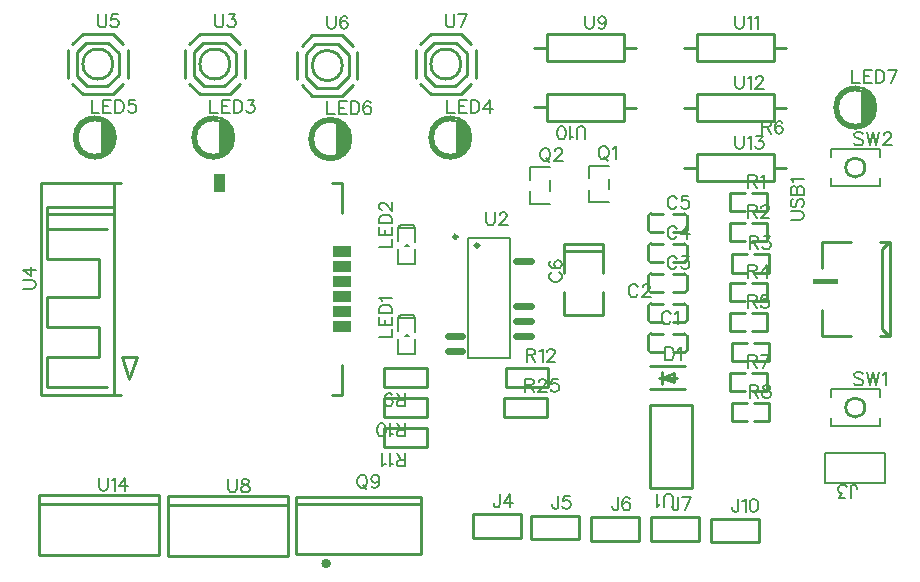
<source format=gto>
G04 Layer: TopSilkscreenLayer*
G04 EasyEDA v6.5.40, 2024-02-29 21:32:03*
G04 cd2e8cfeff5242bcb39c02c4be924e2f,f2d9dfb49ed74d9cbdeda56209f77222,10*
G04 Gerber Generator version 0.2*
G04 Scale: 100 percent, Rotated: No, Reflected: No *
G04 Dimensions in millimeters *
G04 leading zeros omitted , absolute positions ,4 integer and 5 decimal *
%FSLAX45Y45*%
%MOMM*%

%ADD10C,0.1524*%
%ADD11C,0.2540*%
%ADD12C,0.1500*%
%ADD13C,0.5600*%
%ADD14C,0.2030*%
%ADD15C,0.2032*%
%ADD16C,0.4000*%
%ADD17C,0.3000*%
%ADD18C,0.0122*%

%LPD*%
D10*
X6059677Y4851907D02*
G01*
X6054343Y4862321D01*
X6043929Y4872736D01*
X6033770Y4877815D01*
X6012941Y4877815D01*
X6002527Y4872736D01*
X5992113Y4862321D01*
X5986779Y4851907D01*
X5981700Y4836160D01*
X5981700Y4810252D01*
X5986779Y4794757D01*
X5992113Y4784344D01*
X6002527Y4773929D01*
X6012941Y4768850D01*
X6033770Y4768850D01*
X6043929Y4773929D01*
X6054343Y4784344D01*
X6059677Y4794757D01*
X6093968Y4856987D02*
G01*
X6104381Y4862321D01*
X6119875Y4877815D01*
X6119875Y4768850D01*
X5780277Y5080507D02*
G01*
X5774943Y5090921D01*
X5764529Y5101336D01*
X5754370Y5106415D01*
X5733541Y5106415D01*
X5723127Y5101336D01*
X5712713Y5090921D01*
X5707379Y5080507D01*
X5702300Y5064760D01*
X5702300Y5038852D01*
X5707379Y5023357D01*
X5712713Y5012944D01*
X5723127Y5002529D01*
X5733541Y4997450D01*
X5754370Y4997450D01*
X5764529Y5002529D01*
X5774943Y5012944D01*
X5780277Y5023357D01*
X5819647Y5080507D02*
G01*
X5819647Y5085587D01*
X5824981Y5096002D01*
X5830061Y5101336D01*
X5840475Y5106415D01*
X5861304Y5106415D01*
X5871718Y5101336D01*
X5876797Y5096002D01*
X5882131Y5085587D01*
X5882131Y5075173D01*
X5876797Y5064760D01*
X5866384Y5049265D01*
X5814568Y4997450D01*
X5887211Y4997450D01*
X6109373Y5321807D02*
G01*
X6104039Y5332221D01*
X6093625Y5342636D01*
X6083465Y5347715D01*
X6062637Y5347715D01*
X6052223Y5342636D01*
X6041809Y5332221D01*
X6036475Y5321807D01*
X6031395Y5306060D01*
X6031395Y5280152D01*
X6036475Y5264657D01*
X6041809Y5254244D01*
X6052223Y5243829D01*
X6062637Y5238750D01*
X6083465Y5238750D01*
X6093625Y5243829D01*
X6104039Y5254244D01*
X6109373Y5264657D01*
X6154077Y5347715D02*
G01*
X6211227Y5347715D01*
X6179985Y5306060D01*
X6195479Y5306060D01*
X6205893Y5300979D01*
X6211227Y5295900D01*
X6216307Y5280152D01*
X6216307Y5269737D01*
X6211227Y5254244D01*
X6200813Y5243829D01*
X6185065Y5238750D01*
X6169571Y5238750D01*
X6154077Y5243829D01*
X6148743Y5248910D01*
X6143663Y5259323D01*
X6109373Y5575807D02*
G01*
X6104039Y5586221D01*
X6093625Y5596636D01*
X6083465Y5601715D01*
X6062637Y5601715D01*
X6052223Y5596636D01*
X6041809Y5586221D01*
X6036475Y5575807D01*
X6031395Y5560060D01*
X6031395Y5534152D01*
X6036475Y5518657D01*
X6041809Y5508244D01*
X6052223Y5497829D01*
X6062637Y5492750D01*
X6083465Y5492750D01*
X6093625Y5497829D01*
X6104039Y5508244D01*
X6109373Y5518657D01*
X6195479Y5601715D02*
G01*
X6143663Y5529071D01*
X6221641Y5529071D01*
X6195479Y5601715D02*
G01*
X6195479Y5492750D01*
X6109373Y5829807D02*
G01*
X6104039Y5840221D01*
X6093625Y5850636D01*
X6083465Y5855715D01*
X6062637Y5855715D01*
X6052223Y5850636D01*
X6041809Y5840221D01*
X6036475Y5829807D01*
X6031395Y5814060D01*
X6031395Y5788152D01*
X6036475Y5772657D01*
X6041809Y5762244D01*
X6052223Y5751829D01*
X6062637Y5746750D01*
X6083465Y5746750D01*
X6093625Y5751829D01*
X6104039Y5762244D01*
X6109373Y5772657D01*
X6205893Y5855715D02*
G01*
X6154077Y5855715D01*
X6148743Y5808979D01*
X6154077Y5814060D01*
X6169571Y5819394D01*
X6185065Y5819394D01*
X6200813Y5814060D01*
X6211227Y5803900D01*
X6216307Y5788152D01*
X6216307Y5777737D01*
X6211227Y5762244D01*
X6200813Y5751829D01*
X6185065Y5746750D01*
X6169571Y5746750D01*
X6154077Y5751829D01*
X6148743Y5756910D01*
X6143663Y5767323D01*
X5054091Y5208778D02*
G01*
X5043677Y5203444D01*
X5033263Y5193029D01*
X5028184Y5182870D01*
X5028184Y5162042D01*
X5033263Y5151628D01*
X5043677Y5141213D01*
X5054091Y5135879D01*
X5069840Y5130800D01*
X5095747Y5130800D01*
X5111241Y5135879D01*
X5121656Y5141213D01*
X5132070Y5151628D01*
X5137150Y5162042D01*
X5137150Y5182870D01*
X5132070Y5193029D01*
X5121656Y5203444D01*
X5111241Y5208778D01*
X5043677Y5305297D02*
G01*
X5033263Y5300218D01*
X5028184Y5284470D01*
X5028184Y5274310D01*
X5033263Y5258562D01*
X5049011Y5248147D01*
X5074920Y5243068D01*
X5100827Y5243068D01*
X5121656Y5248147D01*
X5132070Y5258562D01*
X5137150Y5274310D01*
X5137150Y5279389D01*
X5132070Y5294884D01*
X5121656Y5305297D01*
X5106161Y5310631D01*
X5100827Y5310631D01*
X5085334Y5305297D01*
X5074920Y5294884D01*
X5069840Y5279389D01*
X5069840Y5274310D01*
X5074920Y5258562D01*
X5085334Y5248147D01*
X5100827Y5243068D01*
X6012002Y4573015D02*
G01*
X6012002Y4464050D01*
X6012002Y4573015D02*
G01*
X6048324Y4573015D01*
X6064072Y4567936D01*
X6074232Y4557521D01*
X6079566Y4547107D01*
X6084646Y4531360D01*
X6084646Y4505452D01*
X6079566Y4489957D01*
X6074232Y4479544D01*
X6064072Y4469129D01*
X6048324Y4464050D01*
X6012002Y4464050D01*
X6118936Y4552187D02*
G01*
X6129350Y4557521D01*
X6145098Y4573015D01*
X6145098Y4464050D01*
X3588181Y4663625D02*
G01*
X3697147Y4663625D01*
X3697147Y4663625D02*
G01*
X3697147Y4725855D01*
X3588181Y4760145D02*
G01*
X3697147Y4760145D01*
X3588181Y4760145D02*
G01*
X3588181Y4827709D01*
X3639997Y4760145D02*
G01*
X3639997Y4801801D01*
X3697147Y4760145D02*
G01*
X3697147Y4827709D01*
X3588181Y4861999D02*
G01*
X3697147Y4861999D01*
X3588181Y4861999D02*
G01*
X3588181Y4898575D01*
X3593261Y4914069D01*
X3603675Y4924483D01*
X3614089Y4929563D01*
X3629837Y4934897D01*
X3655745Y4934897D01*
X3671239Y4929563D01*
X3681653Y4924483D01*
X3692067Y4914069D01*
X3697147Y4898575D01*
X3697147Y4861999D01*
X3609009Y4969187D02*
G01*
X3603675Y4979601D01*
X3588181Y4995095D01*
X3697147Y4995095D01*
X3588181Y5425625D02*
G01*
X3697147Y5425625D01*
X3697147Y5425625D02*
G01*
X3697147Y5487855D01*
X3588181Y5522145D02*
G01*
X3697147Y5522145D01*
X3588181Y5522145D02*
G01*
X3588181Y5589709D01*
X3639997Y5522145D02*
G01*
X3639997Y5563801D01*
X3697147Y5522145D02*
G01*
X3697147Y5589709D01*
X3588181Y5623999D02*
G01*
X3697147Y5623999D01*
X3588181Y5623999D02*
G01*
X3588181Y5660575D01*
X3593261Y5676069D01*
X3603675Y5686483D01*
X3614089Y5691563D01*
X3629837Y5696897D01*
X3655745Y5696897D01*
X3671239Y5691563D01*
X3681653Y5686483D01*
X3692067Y5676069D01*
X3697147Y5660575D01*
X3697147Y5623999D01*
X3614089Y5736267D02*
G01*
X3609009Y5736267D01*
X3598595Y5741601D01*
X3593261Y5746681D01*
X3588181Y5757095D01*
X3588181Y5777923D01*
X3593261Y5788337D01*
X3598595Y5793417D01*
X3609009Y5798751D01*
X3619423Y5798751D01*
X3629837Y5793417D01*
X3645331Y5783003D01*
X3697147Y5731187D01*
X3697147Y5803831D01*
X5479541Y6274815D02*
G01*
X5469127Y6269736D01*
X5458713Y6259321D01*
X5453379Y6248907D01*
X5448300Y6233160D01*
X5448300Y6207252D01*
X5453379Y6191757D01*
X5458713Y6181344D01*
X5469127Y6170929D01*
X5479541Y6165850D01*
X5500370Y6165850D01*
X5510529Y6170929D01*
X5520943Y6181344D01*
X5526277Y6191757D01*
X5531358Y6207252D01*
X5531358Y6233160D01*
X5526277Y6248907D01*
X5520943Y6259321D01*
X5510529Y6269736D01*
X5500370Y6274815D01*
X5479541Y6274815D01*
X5495036Y6186423D02*
G01*
X5526277Y6155436D01*
X5565647Y6253987D02*
G01*
X5576061Y6259321D01*
X5591809Y6274815D01*
X5591809Y6165850D01*
X4984241Y6262115D02*
G01*
X4973827Y6257036D01*
X4963413Y6246621D01*
X4958079Y6236207D01*
X4953000Y6220460D01*
X4953000Y6194552D01*
X4958079Y6179057D01*
X4963413Y6168644D01*
X4973827Y6158229D01*
X4984241Y6153150D01*
X5005070Y6153150D01*
X5015229Y6158229D01*
X5025643Y6168644D01*
X5030977Y6179057D01*
X5036058Y6194552D01*
X5036058Y6220460D01*
X5030977Y6236207D01*
X5025643Y6246621D01*
X5015229Y6257036D01*
X5005070Y6262115D01*
X4984241Y6262115D01*
X4999736Y6173723D02*
G01*
X5030977Y6142736D01*
X5075681Y6236207D02*
G01*
X5075681Y6241287D01*
X5080761Y6251702D01*
X5086095Y6257036D01*
X5096509Y6262115D01*
X5117084Y6262115D01*
X5127497Y6257036D01*
X5132831Y6251702D01*
X5137911Y6241287D01*
X5137911Y6230873D01*
X5132831Y6220460D01*
X5122418Y6204965D01*
X5070347Y6153150D01*
X5143245Y6153150D01*
X6713407Y6033515D02*
G01*
X6713407Y5924550D01*
X6713407Y6033515D02*
G01*
X6760143Y6033515D01*
X6775637Y6028436D01*
X6780971Y6023102D01*
X6786051Y6012687D01*
X6786051Y6002273D01*
X6780971Y5991860D01*
X6775637Y5986779D01*
X6760143Y5981700D01*
X6713407Y5981700D01*
X6749729Y5981700D02*
G01*
X6786051Y5924550D01*
X6820341Y6012687D02*
G01*
X6830755Y6018021D01*
X6846503Y6033515D01*
X6846503Y5924550D01*
X6713407Y5779515D02*
G01*
X6713407Y5670550D01*
X6713407Y5779515D02*
G01*
X6760143Y5779515D01*
X6775637Y5774436D01*
X6780971Y5769102D01*
X6786051Y5758687D01*
X6786051Y5748273D01*
X6780971Y5737860D01*
X6775637Y5732779D01*
X6760143Y5727700D01*
X6713407Y5727700D01*
X6749729Y5727700D02*
G01*
X6786051Y5670550D01*
X6825675Y5753607D02*
G01*
X6825675Y5758687D01*
X6830755Y5769102D01*
X6836089Y5774436D01*
X6846503Y5779515D01*
X6867077Y5779515D01*
X6877491Y5774436D01*
X6882825Y5769102D01*
X6887905Y5758687D01*
X6887905Y5748273D01*
X6882825Y5737860D01*
X6872411Y5722365D01*
X6820341Y5670550D01*
X6893239Y5670550D01*
X6726107Y5512815D02*
G01*
X6726107Y5403850D01*
X6726107Y5512815D02*
G01*
X6772843Y5512815D01*
X6788337Y5507736D01*
X6793671Y5502402D01*
X6798751Y5491987D01*
X6798751Y5481573D01*
X6793671Y5471160D01*
X6788337Y5466079D01*
X6772843Y5461000D01*
X6726107Y5461000D01*
X6762429Y5461000D02*
G01*
X6798751Y5403850D01*
X6843455Y5512815D02*
G01*
X6900605Y5512815D01*
X6869617Y5471160D01*
X6885111Y5471160D01*
X6895525Y5466079D01*
X6900605Y5461000D01*
X6905939Y5445252D01*
X6905939Y5434837D01*
X6900605Y5419344D01*
X6890191Y5408929D01*
X6874697Y5403850D01*
X6859203Y5403850D01*
X6843455Y5408929D01*
X6838375Y5414010D01*
X6833041Y5424423D01*
X6713407Y5271515D02*
G01*
X6713407Y5162550D01*
X6713407Y5271515D02*
G01*
X6760143Y5271515D01*
X6775637Y5266436D01*
X6780971Y5261102D01*
X6786051Y5250687D01*
X6786051Y5240273D01*
X6780971Y5229860D01*
X6775637Y5224779D01*
X6760143Y5219700D01*
X6713407Y5219700D01*
X6749729Y5219700D02*
G01*
X6786051Y5162550D01*
X6872411Y5271515D02*
G01*
X6820341Y5198871D01*
X6898319Y5198871D01*
X6872411Y5271515D02*
G01*
X6872411Y5162550D01*
X6713407Y5017515D02*
G01*
X6713407Y4908550D01*
X6713407Y5017515D02*
G01*
X6760143Y5017515D01*
X6775637Y5012436D01*
X6780971Y5007102D01*
X6786051Y4996687D01*
X6786051Y4986273D01*
X6780971Y4975860D01*
X6775637Y4970779D01*
X6760143Y4965700D01*
X6713407Y4965700D01*
X6749729Y4965700D02*
G01*
X6786051Y4908550D01*
X6882825Y5017515D02*
G01*
X6830755Y5017515D01*
X6825675Y4970779D01*
X6830755Y4975860D01*
X6846503Y4981194D01*
X6861997Y4981194D01*
X6877491Y4975860D01*
X6887905Y4965700D01*
X6893239Y4949952D01*
X6893239Y4939537D01*
X6887905Y4924044D01*
X6877491Y4913629D01*
X6861997Y4908550D01*
X6846503Y4908550D01*
X6830755Y4913629D01*
X6825675Y4918710D01*
X6820341Y4929123D01*
X6832600Y6490715D02*
G01*
X6832600Y6381750D01*
X6832600Y6490715D02*
G01*
X6879336Y6490715D01*
X6894829Y6485636D01*
X6900163Y6480302D01*
X6905243Y6469887D01*
X6905243Y6459473D01*
X6900163Y6449060D01*
X6894829Y6443979D01*
X6879336Y6438900D01*
X6832600Y6438900D01*
X6868922Y6438900D02*
G01*
X6905243Y6381750D01*
X7002018Y6475221D02*
G01*
X6996684Y6485636D01*
X6981190Y6490715D01*
X6970775Y6490715D01*
X6955281Y6485636D01*
X6944868Y6469887D01*
X6939534Y6443979D01*
X6939534Y6418071D01*
X6944868Y6397244D01*
X6955281Y6386829D01*
X6970775Y6381750D01*
X6976109Y6381750D01*
X6991604Y6386829D01*
X7002018Y6397244D01*
X7007097Y6412737D01*
X7007097Y6418071D01*
X7002018Y6433565D01*
X6991604Y6443979D01*
X6976109Y6449060D01*
X6970775Y6449060D01*
X6955281Y6443979D01*
X6944868Y6433565D01*
X6939534Y6418071D01*
X6713407Y4509515D02*
G01*
X6713407Y4400550D01*
X6713407Y4509515D02*
G01*
X6760143Y4509515D01*
X6775637Y4504436D01*
X6780971Y4499102D01*
X6786051Y4488687D01*
X6786051Y4478273D01*
X6780971Y4467860D01*
X6775637Y4462779D01*
X6760143Y4457700D01*
X6713407Y4457700D01*
X6749729Y4457700D02*
G01*
X6786051Y4400550D01*
X6893239Y4509515D02*
G01*
X6841169Y4400550D01*
X6820341Y4509515D02*
G01*
X6893239Y4509515D01*
X6726107Y4255515D02*
G01*
X6726107Y4146550D01*
X6726107Y4255515D02*
G01*
X6772843Y4255515D01*
X6788337Y4250436D01*
X6793671Y4245102D01*
X6798751Y4234687D01*
X6798751Y4224273D01*
X6793671Y4213860D01*
X6788337Y4208779D01*
X6772843Y4203700D01*
X6726107Y4203700D01*
X6762429Y4203700D02*
G01*
X6798751Y4146550D01*
X6859203Y4255515D02*
G01*
X6843455Y4250436D01*
X6838375Y4240021D01*
X6838375Y4229607D01*
X6843455Y4219194D01*
X6853869Y4213860D01*
X6874697Y4208779D01*
X6890191Y4203700D01*
X6900605Y4193286D01*
X6905939Y4182871D01*
X6905939Y4167123D01*
X6900605Y4156710D01*
X6895525Y4151629D01*
X6879777Y4146550D01*
X6859203Y4146550D01*
X6843455Y4151629D01*
X6838375Y4156710D01*
X6833041Y4167123D01*
X6833041Y4182871D01*
X6838375Y4193286D01*
X6848789Y4203700D01*
X6864283Y4208779D01*
X6885111Y4213860D01*
X6895525Y4219194D01*
X6900605Y4229607D01*
X6900605Y4240021D01*
X6895525Y4250436D01*
X6879777Y4255515D01*
X6859203Y4255515D01*
X7683944Y4346930D02*
G01*
X7673530Y4357344D01*
X7658036Y4362424D01*
X7637208Y4362424D01*
X7621714Y4357344D01*
X7611300Y4346930D01*
X7611300Y4336516D01*
X7616380Y4326102D01*
X7621714Y4320768D01*
X7632128Y4315688D01*
X7663370Y4305274D01*
X7673530Y4300194D01*
X7678864Y4294860D01*
X7683944Y4284446D01*
X7683944Y4268952D01*
X7673530Y4258538D01*
X7658036Y4253458D01*
X7637208Y4253458D01*
X7621714Y4258538D01*
X7611300Y4268952D01*
X7718234Y4362424D02*
G01*
X7744396Y4253458D01*
X7770304Y4362424D02*
G01*
X7744396Y4253458D01*
X7770304Y4362424D02*
G01*
X7796212Y4253458D01*
X7822120Y4362424D02*
G01*
X7796212Y4253458D01*
X7856410Y4341596D02*
G01*
X7866824Y4346930D01*
X7882572Y4362424D01*
X7882572Y4253458D01*
X7683944Y6378930D02*
G01*
X7673530Y6389344D01*
X7658036Y6394424D01*
X7637208Y6394424D01*
X7621714Y6389344D01*
X7611300Y6378930D01*
X7611300Y6368516D01*
X7616380Y6358102D01*
X7621714Y6352768D01*
X7632128Y6347688D01*
X7663370Y6337274D01*
X7673530Y6332194D01*
X7678864Y6326860D01*
X7683944Y6316446D01*
X7683944Y6300952D01*
X7673530Y6290538D01*
X7658036Y6285458D01*
X7637208Y6285458D01*
X7621714Y6290538D01*
X7611300Y6300952D01*
X7718234Y6394424D02*
G01*
X7744396Y6285458D01*
X7770304Y6394424D02*
G01*
X7744396Y6285458D01*
X7770304Y6394424D02*
G01*
X7796212Y6285458D01*
X7822120Y6394424D02*
G01*
X7796212Y6285458D01*
X7861744Y6368516D02*
G01*
X7861744Y6373596D01*
X7866824Y6384010D01*
X7872158Y6389344D01*
X7882572Y6394424D01*
X7903400Y6394424D01*
X7913560Y6389344D01*
X7918894Y6384010D01*
X7923974Y6373596D01*
X7923974Y6363182D01*
X7918894Y6352768D01*
X7908480Y6337274D01*
X7856410Y6285458D01*
X7929308Y6285458D01*
X6075679Y3224784D02*
G01*
X6075679Y3302762D01*
X6070600Y3318255D01*
X6060186Y3328670D01*
X6044438Y3333750D01*
X6034024Y3333750D01*
X6018529Y3328670D01*
X6008115Y3318255D01*
X6003036Y3302762D01*
X6003036Y3224784D01*
X5968745Y3245612D02*
G01*
X5958331Y3240278D01*
X5942584Y3224784D01*
X5942584Y3333750D01*
X4495800Y5716015D02*
G01*
X4495800Y5638037D01*
X4500879Y5622544D01*
X4511293Y5612129D01*
X4527041Y5607050D01*
X4537456Y5607050D01*
X4552950Y5612129D01*
X4563363Y5622544D01*
X4568443Y5638037D01*
X4568443Y5716015D01*
X4608068Y5690107D02*
G01*
X4608068Y5695187D01*
X4613147Y5705602D01*
X4618481Y5710936D01*
X4628895Y5716015D01*
X4649470Y5716015D01*
X4659884Y5710936D01*
X4665218Y5705602D01*
X4670297Y5695187D01*
X4670297Y5684773D01*
X4665218Y5674360D01*
X4654804Y5658865D01*
X4602734Y5607050D01*
X4675631Y5607050D01*
X571682Y5067300D02*
G01*
X649660Y5067300D01*
X665154Y5072379D01*
X675568Y5082794D01*
X680648Y5098542D01*
X680648Y5108955D01*
X675568Y5124450D01*
X665154Y5134863D01*
X649660Y5139944D01*
X571682Y5139944D01*
X571682Y5226304D02*
G01*
X644326Y5174234D01*
X644326Y5252212D01*
X571682Y5226304D02*
G01*
X680648Y5226304D01*
X7072985Y5651804D02*
G01*
X7150963Y5651804D01*
X7166457Y5656884D01*
X7176871Y5667298D01*
X7181951Y5683046D01*
X7181951Y5693460D01*
X7176871Y5708954D01*
X7166457Y5719368D01*
X7150963Y5724448D01*
X7072985Y5724448D01*
X7088479Y5831636D02*
G01*
X7078065Y5821222D01*
X7072985Y5805474D01*
X7072985Y5784900D01*
X7078065Y5769152D01*
X7088479Y5758738D01*
X7098893Y5758738D01*
X7109307Y5764072D01*
X7114641Y5769152D01*
X7119721Y5779566D01*
X7130135Y5810808D01*
X7135215Y5821222D01*
X7140549Y5826302D01*
X7150963Y5831636D01*
X7166457Y5831636D01*
X7176871Y5821222D01*
X7181951Y5805474D01*
X7181951Y5784900D01*
X7176871Y5769152D01*
X7166457Y5758738D01*
X7072985Y5865926D02*
G01*
X7181951Y5865926D01*
X7072985Y5865926D02*
G01*
X7072985Y5912662D01*
X7078065Y5928156D01*
X7083399Y5933490D01*
X7093813Y5938570D01*
X7104227Y5938570D01*
X7114641Y5933490D01*
X7119721Y5928156D01*
X7124801Y5912662D01*
X7124801Y5865926D02*
G01*
X7124801Y5912662D01*
X7130135Y5928156D01*
X7135215Y5933490D01*
X7145629Y5938570D01*
X7161377Y5938570D01*
X7171791Y5933490D01*
X7176871Y5928156D01*
X7181951Y5912662D01*
X7181951Y5865926D01*
X7093813Y5972860D02*
G01*
X7088479Y5983274D01*
X7072985Y5998768D01*
X7181951Y5998768D01*
X7580629Y3300984D02*
G01*
X7580629Y3384042D01*
X7585963Y3399789D01*
X7591043Y3404870D01*
X7601458Y3409950D01*
X7611872Y3409950D01*
X7622286Y3404870D01*
X7627620Y3399789D01*
X7632700Y3384042D01*
X7632700Y3373628D01*
X7536179Y3300984D02*
G01*
X7479029Y3300984D01*
X7510018Y3342639D01*
X7494524Y3342639D01*
X7484109Y3347720D01*
X7479029Y3352800D01*
X7473695Y3368547D01*
X7473695Y3378962D01*
X7479029Y3394455D01*
X7489190Y3404870D01*
X7504938Y3409950D01*
X7520431Y3409950D01*
X7536179Y3404870D01*
X7541259Y3399789D01*
X7546340Y3389376D01*
X4611370Y3328415D02*
G01*
X4611370Y3245357D01*
X4606036Y3229610D01*
X4600956Y3224529D01*
X4590541Y3219450D01*
X4580127Y3219450D01*
X4569713Y3224529D01*
X4564379Y3229610D01*
X4559300Y3245357D01*
X4559300Y3255771D01*
X4697475Y3328415D02*
G01*
X4645659Y3255771D01*
X4723384Y3255771D01*
X4697475Y3328415D02*
G01*
X4697475Y3219450D01*
X5106670Y3315715D02*
G01*
X5106670Y3232657D01*
X5101336Y3216910D01*
X5096256Y3211829D01*
X5085841Y3206750D01*
X5075427Y3206750D01*
X5065013Y3211829D01*
X5059679Y3216910D01*
X5054600Y3232657D01*
X5054600Y3243071D01*
X5203190Y3315715D02*
G01*
X5151120Y3315715D01*
X5146040Y3268979D01*
X5151120Y3274060D01*
X5166868Y3279394D01*
X5182361Y3279394D01*
X5198109Y3274060D01*
X5208270Y3263900D01*
X5213604Y3248152D01*
X5213604Y3237737D01*
X5208270Y3222244D01*
X5198109Y3211829D01*
X5182361Y3206750D01*
X5166868Y3206750D01*
X5151120Y3211829D01*
X5146040Y3216910D01*
X5140959Y3227323D01*
X5614670Y3303015D02*
G01*
X5614670Y3219957D01*
X5609336Y3204210D01*
X5604256Y3199129D01*
X5593841Y3194050D01*
X5583427Y3194050D01*
X5573013Y3199129D01*
X5567679Y3204210D01*
X5562600Y3219957D01*
X5562600Y3230371D01*
X5711190Y3287521D02*
G01*
X5706109Y3297936D01*
X5690361Y3303015D01*
X5679947Y3303015D01*
X5664454Y3297936D01*
X5654040Y3282187D01*
X5648959Y3256279D01*
X5648959Y3230371D01*
X5654040Y3209544D01*
X5664454Y3199129D01*
X5679947Y3194050D01*
X5685281Y3194050D01*
X5700775Y3199129D01*
X5711190Y3209544D01*
X5716270Y3225037D01*
X5716270Y3230371D01*
X5711190Y3245865D01*
X5700775Y3256279D01*
X5685281Y3261360D01*
X5679947Y3261360D01*
X5664454Y3256279D01*
X5654040Y3245865D01*
X5648959Y3230371D01*
X6122670Y3303015D02*
G01*
X6122670Y3219957D01*
X6117336Y3204210D01*
X6112256Y3199129D01*
X6101841Y3194050D01*
X6091427Y3194050D01*
X6081013Y3199129D01*
X6075679Y3204210D01*
X6070600Y3219957D01*
X6070600Y3230371D01*
X6229604Y3303015D02*
G01*
X6177534Y3194050D01*
X6156959Y3303015D02*
G01*
X6229604Y3303015D01*
X6630670Y3290315D02*
G01*
X6630670Y3207257D01*
X6625336Y3191510D01*
X6620256Y3186429D01*
X6609841Y3181350D01*
X6599427Y3181350D01*
X6589013Y3186429D01*
X6583679Y3191510D01*
X6578600Y3207257D01*
X6578600Y3217671D01*
X6664959Y3269487D02*
G01*
X6675120Y3274821D01*
X6690868Y3290315D01*
X6690868Y3181350D01*
X6756400Y3290315D02*
G01*
X6740652Y3285236D01*
X6730238Y3269487D01*
X6725158Y3243579D01*
X6725158Y3228086D01*
X6730238Y3201923D01*
X6740652Y3186429D01*
X6756400Y3181350D01*
X6766559Y3181350D01*
X6782308Y3186429D01*
X6792722Y3201923D01*
X6797802Y3228086D01*
X6797802Y3243579D01*
X6792722Y3269487D01*
X6782308Y3285236D01*
X6766559Y3290315D01*
X6756400Y3290315D01*
X2159254Y6668262D02*
G01*
X2159254Y6559295D01*
X2159254Y6559295D02*
G01*
X2221484Y6559295D01*
X2255774Y6668262D02*
G01*
X2255774Y6559295D01*
X2255774Y6668262D02*
G01*
X2323338Y6668262D01*
X2255774Y6616445D02*
G01*
X2297429Y6616445D01*
X2255774Y6559295D02*
G01*
X2323338Y6559295D01*
X2357627Y6668262D02*
G01*
X2357627Y6559295D01*
X2357627Y6668262D02*
G01*
X2394204Y6668262D01*
X2409697Y6663181D01*
X2420111Y6652768D01*
X2425191Y6642354D01*
X2430525Y6626605D01*
X2430525Y6600697D01*
X2425191Y6585204D01*
X2420111Y6574789D01*
X2409697Y6564376D01*
X2394204Y6559295D01*
X2357627Y6559295D01*
X2475229Y6668262D02*
G01*
X2532379Y6668262D01*
X2501138Y6626605D01*
X2516631Y6626605D01*
X2527045Y6621526D01*
X2532379Y6616445D01*
X2537459Y6600697D01*
X2537459Y6590284D01*
X2532379Y6574789D01*
X2521965Y6564376D01*
X2506218Y6559295D01*
X2490724Y6559295D01*
X2475229Y6564376D01*
X2469895Y6569455D01*
X2464815Y6579870D01*
X4165854Y6668262D02*
G01*
X4165854Y6559295D01*
X4165854Y6559295D02*
G01*
X4228084Y6559295D01*
X4262374Y6668262D02*
G01*
X4262374Y6559295D01*
X4262374Y6668262D02*
G01*
X4329938Y6668262D01*
X4262374Y6616445D02*
G01*
X4304029Y6616445D01*
X4262374Y6559295D02*
G01*
X4329938Y6559295D01*
X4364227Y6668262D02*
G01*
X4364227Y6559295D01*
X4364227Y6668262D02*
G01*
X4400804Y6668262D01*
X4416297Y6663181D01*
X4426711Y6652768D01*
X4431791Y6642354D01*
X4437125Y6626605D01*
X4437125Y6600697D01*
X4431791Y6585204D01*
X4426711Y6574789D01*
X4416297Y6564376D01*
X4400804Y6559295D01*
X4364227Y6559295D01*
X4523231Y6668262D02*
G01*
X4471415Y6595618D01*
X4549393Y6595618D01*
X4523231Y6668262D02*
G01*
X4523231Y6559295D01*
X1155954Y6668262D02*
G01*
X1155954Y6559295D01*
X1155954Y6559295D02*
G01*
X1218184Y6559295D01*
X1252473Y6668262D02*
G01*
X1252473Y6559295D01*
X1252473Y6668262D02*
G01*
X1320037Y6668262D01*
X1252473Y6616445D02*
G01*
X1294129Y6616445D01*
X1252473Y6559295D02*
G01*
X1320037Y6559295D01*
X1354328Y6668262D02*
G01*
X1354328Y6559295D01*
X1354328Y6668262D02*
G01*
X1390904Y6668262D01*
X1406397Y6663181D01*
X1416812Y6652768D01*
X1421892Y6642354D01*
X1427226Y6626605D01*
X1427226Y6600697D01*
X1421892Y6585204D01*
X1416812Y6574789D01*
X1406397Y6564376D01*
X1390904Y6559295D01*
X1354328Y6559295D01*
X1523745Y6668262D02*
G01*
X1471929Y6668262D01*
X1466595Y6621526D01*
X1471929Y6626605D01*
X1487423Y6631939D01*
X1502918Y6631939D01*
X1518665Y6626605D01*
X1529079Y6616445D01*
X1534160Y6600697D01*
X1534160Y6590284D01*
X1529079Y6574789D01*
X1518665Y6564376D01*
X1502918Y6559295D01*
X1487423Y6559295D01*
X1471929Y6564376D01*
X1466595Y6569455D01*
X1461515Y6579870D01*
X3149854Y6655562D02*
G01*
X3149854Y6546595D01*
X3149854Y6546595D02*
G01*
X3212084Y6546595D01*
X3246374Y6655562D02*
G01*
X3246374Y6546595D01*
X3246374Y6655562D02*
G01*
X3313938Y6655562D01*
X3246374Y6603745D02*
G01*
X3288029Y6603745D01*
X3246374Y6546595D02*
G01*
X3313938Y6546595D01*
X3348227Y6655562D02*
G01*
X3348227Y6546595D01*
X3348227Y6655562D02*
G01*
X3384804Y6655562D01*
X3400297Y6650481D01*
X3410711Y6640068D01*
X3415791Y6629654D01*
X3421125Y6613905D01*
X3421125Y6587997D01*
X3415791Y6572504D01*
X3410711Y6562089D01*
X3400297Y6551676D01*
X3384804Y6546595D01*
X3348227Y6546595D01*
X3517645Y6640068D02*
G01*
X3512565Y6650481D01*
X3496818Y6655562D01*
X3486404Y6655562D01*
X3470909Y6650481D01*
X3460495Y6634734D01*
X3455415Y6608826D01*
X3455415Y6582918D01*
X3460495Y6562089D01*
X3470909Y6551676D01*
X3486404Y6546595D01*
X3491738Y6546595D01*
X3507231Y6551676D01*
X3517645Y6562089D01*
X3522979Y6577584D01*
X3522979Y6582918D01*
X3517645Y6598412D01*
X3507231Y6608826D01*
X3491738Y6613905D01*
X3486404Y6613905D01*
X3470909Y6608826D01*
X3460495Y6598412D01*
X3455415Y6582918D01*
X7594854Y6922262D02*
G01*
X7594854Y6813295D01*
X7594854Y6813295D02*
G01*
X7657084Y6813295D01*
X7691374Y6922262D02*
G01*
X7691374Y6813295D01*
X7691374Y6922262D02*
G01*
X7758938Y6922262D01*
X7691374Y6870445D02*
G01*
X7733029Y6870445D01*
X7691374Y6813295D02*
G01*
X7758938Y6813295D01*
X7793227Y6922262D02*
G01*
X7793227Y6813295D01*
X7793227Y6922262D02*
G01*
X7829804Y6922262D01*
X7845297Y6917181D01*
X7855711Y6906768D01*
X7860791Y6896354D01*
X7866125Y6880605D01*
X7866125Y6854697D01*
X7860791Y6839204D01*
X7855711Y6828789D01*
X7845297Y6818376D01*
X7829804Y6813295D01*
X7793227Y6813295D01*
X7973059Y6922262D02*
G01*
X7921243Y6813295D01*
X7900415Y6922262D02*
G01*
X7973059Y6922262D01*
X3434829Y3494011D02*
G01*
X3424415Y3488931D01*
X3414001Y3478517D01*
X3408667Y3468103D01*
X3403587Y3452355D01*
X3403587Y3426447D01*
X3408667Y3410953D01*
X3414001Y3400539D01*
X3424415Y3390125D01*
X3434829Y3385045D01*
X3455657Y3385045D01*
X3465817Y3390125D01*
X3476231Y3400539D01*
X3481565Y3410953D01*
X3486645Y3426447D01*
X3486645Y3452355D01*
X3481565Y3468103D01*
X3476231Y3478517D01*
X3465817Y3488931D01*
X3455657Y3494011D01*
X3434829Y3494011D01*
X3450323Y3405619D02*
G01*
X3481565Y3374631D01*
X3588499Y3457689D02*
G01*
X3583419Y3442195D01*
X3573005Y3431781D01*
X3557257Y3426447D01*
X3552177Y3426447D01*
X3536683Y3431781D01*
X3526269Y3442195D01*
X3520935Y3457689D01*
X3520935Y3462769D01*
X3526269Y3478517D01*
X3536683Y3488931D01*
X3552177Y3494011D01*
X3557257Y3494011D01*
X3573005Y3488931D01*
X3583419Y3478517D01*
X3588499Y3457689D01*
X3588499Y3431781D01*
X3583419Y3405619D01*
X3573005Y3390125D01*
X3557257Y3385045D01*
X3547097Y3385045D01*
X3531349Y3390125D01*
X3526269Y3400539D01*
X3810000Y4075684D02*
G01*
X3810000Y4184650D01*
X3810000Y4075684D02*
G01*
X3763263Y4075684D01*
X3747770Y4080763D01*
X3742436Y4086097D01*
X3737356Y4096512D01*
X3737356Y4106926D01*
X3742436Y4117339D01*
X3747770Y4122420D01*
X3763263Y4127500D01*
X3810000Y4127500D01*
X3773677Y4127500D02*
G01*
X3737356Y4184650D01*
X3635502Y4112005D02*
G01*
X3640581Y4127500D01*
X3650995Y4137913D01*
X3666490Y4143247D01*
X3671824Y4143247D01*
X3687318Y4137913D01*
X3697731Y4127500D01*
X3703065Y4112005D01*
X3703065Y4106926D01*
X3697731Y4091178D01*
X3687318Y4080763D01*
X3671824Y4075684D01*
X3666490Y4075684D01*
X3650995Y4080763D01*
X3640581Y4091178D01*
X3635502Y4112005D01*
X3635502Y4137913D01*
X3640581Y4164076D01*
X3650995Y4179570D01*
X3666490Y4184650D01*
X3676904Y4184650D01*
X3692652Y4179570D01*
X3697731Y4169155D01*
X3810000Y3821684D02*
G01*
X3810000Y3930650D01*
X3810000Y3821684D02*
G01*
X3763263Y3821684D01*
X3747770Y3826763D01*
X3742436Y3832097D01*
X3737356Y3842512D01*
X3737356Y3852926D01*
X3742436Y3863339D01*
X3747770Y3868420D01*
X3763263Y3873500D01*
X3810000Y3873500D01*
X3773677Y3873500D02*
G01*
X3737356Y3930650D01*
X3703065Y3842512D02*
G01*
X3692652Y3837178D01*
X3676904Y3821684D01*
X3676904Y3930650D01*
X3611625Y3821684D02*
G01*
X3627120Y3826763D01*
X3637534Y3842512D01*
X3642613Y3868420D01*
X3642613Y3883913D01*
X3637534Y3910076D01*
X3627120Y3925570D01*
X3611625Y3930650D01*
X3601211Y3930650D01*
X3585463Y3925570D01*
X3575050Y3910076D01*
X3569970Y3883913D01*
X3569970Y3868420D01*
X3575050Y3842512D01*
X3585463Y3826763D01*
X3601211Y3821684D01*
X3611625Y3821684D01*
X3810000Y3567684D02*
G01*
X3810000Y3676650D01*
X3810000Y3567684D02*
G01*
X3763263Y3567684D01*
X3747770Y3572763D01*
X3742436Y3578097D01*
X3737356Y3588512D01*
X3737356Y3598926D01*
X3742436Y3609339D01*
X3747770Y3614420D01*
X3763263Y3619500D01*
X3810000Y3619500D01*
X3773677Y3619500D02*
G01*
X3737356Y3676650D01*
X3703065Y3588512D02*
G01*
X3692652Y3583178D01*
X3676904Y3567684D01*
X3676904Y3676650D01*
X3642613Y3588512D02*
G01*
X3632200Y3583178D01*
X3616706Y3567684D01*
X3616706Y3676650D01*
X4838700Y4560315D02*
G01*
X4838700Y4451350D01*
X4838700Y4560315D02*
G01*
X4885436Y4560315D01*
X4900929Y4555236D01*
X4906263Y4549902D01*
X4911343Y4539487D01*
X4911343Y4529073D01*
X4906263Y4518660D01*
X4900929Y4513579D01*
X4885436Y4508500D01*
X4838700Y4508500D01*
X4875022Y4508500D02*
G01*
X4911343Y4451350D01*
X4945634Y4539487D02*
G01*
X4956047Y4544821D01*
X4971795Y4560315D01*
X4971795Y4451350D01*
X5011165Y4534407D02*
G01*
X5011165Y4539487D01*
X5016500Y4549902D01*
X5021579Y4555236D01*
X5031993Y4560315D01*
X5052822Y4560315D01*
X5063236Y4555236D01*
X5068315Y4549902D01*
X5073650Y4539487D01*
X5073650Y4529073D01*
X5068315Y4518660D01*
X5057902Y4503165D01*
X5006086Y4451350D01*
X5078729Y4451350D01*
X4826000Y4306315D02*
G01*
X4826000Y4197350D01*
X4826000Y4306315D02*
G01*
X4872736Y4306315D01*
X4888229Y4301236D01*
X4893563Y4295902D01*
X4898643Y4285487D01*
X4898643Y4275073D01*
X4893563Y4264660D01*
X4888229Y4259579D01*
X4872736Y4254500D01*
X4826000Y4254500D01*
X4862322Y4254500D02*
G01*
X4898643Y4197350D01*
X4938268Y4280407D02*
G01*
X4938268Y4285487D01*
X4943347Y4295902D01*
X4948681Y4301236D01*
X4959095Y4306315D01*
X4979670Y4306315D01*
X4990084Y4301236D01*
X4995418Y4295902D01*
X5000497Y4285487D01*
X5000497Y4275073D01*
X4995418Y4264660D01*
X4985004Y4249165D01*
X4932934Y4197350D01*
X5005831Y4197350D01*
X5102352Y4306315D02*
G01*
X5050536Y4306315D01*
X5045202Y4259579D01*
X5050536Y4264660D01*
X5066029Y4269994D01*
X5081524Y4269994D01*
X5097272Y4264660D01*
X5107686Y4254500D01*
X5112765Y4238752D01*
X5112765Y4228337D01*
X5107686Y4212844D01*
X5097272Y4202429D01*
X5081524Y4197350D01*
X5066029Y4197350D01*
X5050536Y4202429D01*
X5045202Y4207510D01*
X5040122Y4217923D01*
X2197100Y7392415D02*
G01*
X2197100Y7314437D01*
X2202179Y7298944D01*
X2212593Y7288529D01*
X2228341Y7283450D01*
X2238756Y7283450D01*
X2254250Y7288529D01*
X2264663Y7298944D01*
X2269743Y7314437D01*
X2269743Y7392415D01*
X2314447Y7392415D02*
G01*
X2371597Y7392415D01*
X2340609Y7350760D01*
X2356104Y7350760D01*
X2366518Y7345679D01*
X2371597Y7340600D01*
X2376931Y7324852D01*
X2376931Y7314437D01*
X2371597Y7298944D01*
X2361184Y7288529D01*
X2345690Y7283450D01*
X2330195Y7283450D01*
X2314447Y7288529D01*
X2309368Y7293610D01*
X2304034Y7304023D01*
X1206500Y7392415D02*
G01*
X1206500Y7314437D01*
X1211579Y7298944D01*
X1221994Y7288529D01*
X1237742Y7283450D01*
X1248155Y7283450D01*
X1263650Y7288529D01*
X1274063Y7298944D01*
X1279144Y7314437D01*
X1279144Y7392415D01*
X1375918Y7392415D02*
G01*
X1323847Y7392415D01*
X1318768Y7345679D01*
X1323847Y7350760D01*
X1339595Y7356094D01*
X1355089Y7356094D01*
X1370584Y7350760D01*
X1380997Y7340600D01*
X1386331Y7324852D01*
X1386331Y7314437D01*
X1380997Y7298944D01*
X1370584Y7288529D01*
X1355089Y7283450D01*
X1339595Y7283450D01*
X1323847Y7288529D01*
X1318768Y7293610D01*
X1313434Y7304023D01*
X3149600Y7379715D02*
G01*
X3149600Y7301737D01*
X3154679Y7286244D01*
X3165093Y7275829D01*
X3180841Y7270750D01*
X3191256Y7270750D01*
X3206750Y7275829D01*
X3217163Y7286244D01*
X3222243Y7301737D01*
X3222243Y7379715D01*
X3319018Y7364221D02*
G01*
X3313684Y7374636D01*
X3298190Y7379715D01*
X3287775Y7379715D01*
X3272281Y7374636D01*
X3261868Y7358887D01*
X3256534Y7332979D01*
X3256534Y7307071D01*
X3261868Y7286244D01*
X3272281Y7275829D01*
X3287775Y7270750D01*
X3293109Y7270750D01*
X3308604Y7275829D01*
X3319018Y7286244D01*
X3324097Y7301737D01*
X3324097Y7307071D01*
X3319018Y7322565D01*
X3308604Y7332979D01*
X3293109Y7338060D01*
X3287775Y7338060D01*
X3272281Y7332979D01*
X3261868Y7322565D01*
X3256534Y7307071D01*
X4152900Y7392415D02*
G01*
X4152900Y7314437D01*
X4157979Y7298944D01*
X4168393Y7288529D01*
X4184141Y7283450D01*
X4194556Y7283450D01*
X4210050Y7288529D01*
X4220463Y7298944D01*
X4225543Y7314437D01*
X4225543Y7392415D01*
X4332731Y7392415D02*
G01*
X4280661Y7283450D01*
X4259834Y7392415D02*
G01*
X4332731Y7392415D01*
X2311400Y3455415D02*
G01*
X2311400Y3377437D01*
X2316479Y3361944D01*
X2326893Y3351529D01*
X2342641Y3346450D01*
X2353056Y3346450D01*
X2368550Y3351529D01*
X2378963Y3361944D01*
X2384043Y3377437D01*
X2384043Y3455415D01*
X2444495Y3455415D02*
G01*
X2428747Y3450336D01*
X2423668Y3439921D01*
X2423668Y3429507D01*
X2428747Y3419094D01*
X2439161Y3413760D01*
X2459990Y3408679D01*
X2475484Y3403600D01*
X2485897Y3393186D01*
X2491231Y3382771D01*
X2491231Y3367023D01*
X2485897Y3356610D01*
X2480818Y3351529D01*
X2465070Y3346450D01*
X2444495Y3346450D01*
X2428747Y3351529D01*
X2423668Y3356610D01*
X2418334Y3367023D01*
X2418334Y3382771D01*
X2423668Y3393186D01*
X2434081Y3403600D01*
X2449575Y3408679D01*
X2470404Y3413760D01*
X2480818Y3419094D01*
X2485897Y3429507D01*
X2485897Y3439921D01*
X2480818Y3450336D01*
X2465070Y3455415D01*
X2444495Y3455415D01*
X5334000Y7379715D02*
G01*
X5334000Y7301737D01*
X5339079Y7286244D01*
X5349493Y7275829D01*
X5365241Y7270750D01*
X5375656Y7270750D01*
X5391150Y7275829D01*
X5401563Y7286244D01*
X5406643Y7301737D01*
X5406643Y7379715D01*
X5508497Y7343394D02*
G01*
X5503418Y7327900D01*
X5493004Y7317486D01*
X5477509Y7312152D01*
X5472175Y7312152D01*
X5456681Y7317486D01*
X5446268Y7327900D01*
X5440934Y7343394D01*
X5440934Y7348473D01*
X5446268Y7364221D01*
X5456681Y7374636D01*
X5472175Y7379715D01*
X5477509Y7379715D01*
X5493004Y7374636D01*
X5503418Y7364221D01*
X5508497Y7343394D01*
X5508497Y7317486D01*
X5503418Y7291323D01*
X5493004Y7275829D01*
X5477509Y7270750D01*
X5467095Y7270750D01*
X5451347Y7275829D01*
X5446268Y7286244D01*
X5334000Y6336284D02*
G01*
X5334000Y6414262D01*
X5328920Y6429755D01*
X5318506Y6440170D01*
X5302758Y6445250D01*
X5292343Y6445250D01*
X5276850Y6440170D01*
X5266436Y6429755D01*
X5261356Y6414262D01*
X5261356Y6336284D01*
X5227065Y6357112D02*
G01*
X5216652Y6351778D01*
X5200904Y6336284D01*
X5200904Y6445250D01*
X5135625Y6336284D02*
G01*
X5151120Y6341363D01*
X5161534Y6357112D01*
X5166613Y6383020D01*
X5166613Y6398513D01*
X5161534Y6424676D01*
X5151120Y6440170D01*
X5135625Y6445250D01*
X5125211Y6445250D01*
X5109463Y6440170D01*
X5099050Y6424676D01*
X5093970Y6398513D01*
X5093970Y6383020D01*
X5099050Y6357112D01*
X5109463Y6341363D01*
X5125211Y6336284D01*
X5135625Y6336284D01*
X6604000Y7379715D02*
G01*
X6604000Y7301737D01*
X6609079Y7286244D01*
X6619493Y7275829D01*
X6635241Y7270750D01*
X6645656Y7270750D01*
X6661150Y7275829D01*
X6671563Y7286244D01*
X6676643Y7301737D01*
X6676643Y7379715D01*
X6710934Y7358887D02*
G01*
X6721347Y7364221D01*
X6737095Y7379715D01*
X6737095Y7270750D01*
X6771386Y7358887D02*
G01*
X6781800Y7364221D01*
X6797293Y7379715D01*
X6797293Y7270750D01*
X6604000Y6871715D02*
G01*
X6604000Y6793737D01*
X6609079Y6778244D01*
X6619493Y6767829D01*
X6635241Y6762750D01*
X6645656Y6762750D01*
X6661150Y6767829D01*
X6671563Y6778244D01*
X6676643Y6793737D01*
X6676643Y6871715D01*
X6710934Y6850887D02*
G01*
X6721347Y6856221D01*
X6737095Y6871715D01*
X6737095Y6762750D01*
X6776465Y6845808D02*
G01*
X6776465Y6850887D01*
X6781800Y6861302D01*
X6786879Y6866636D01*
X6797293Y6871715D01*
X6818122Y6871715D01*
X6828536Y6866636D01*
X6833615Y6861302D01*
X6838950Y6850887D01*
X6838950Y6840473D01*
X6833615Y6830060D01*
X6823202Y6814565D01*
X6771386Y6762750D01*
X6844029Y6762750D01*
X6604000Y6363715D02*
G01*
X6604000Y6285737D01*
X6609079Y6270244D01*
X6619493Y6259829D01*
X6635241Y6254750D01*
X6645656Y6254750D01*
X6661150Y6259829D01*
X6671563Y6270244D01*
X6676643Y6285737D01*
X6676643Y6363715D01*
X6710934Y6342887D02*
G01*
X6721347Y6348221D01*
X6737095Y6363715D01*
X6737095Y6254750D01*
X6781800Y6363715D02*
G01*
X6838950Y6363715D01*
X6807708Y6322060D01*
X6823202Y6322060D01*
X6833615Y6316979D01*
X6838950Y6311900D01*
X6844029Y6296152D01*
X6844029Y6285737D01*
X6838950Y6270244D01*
X6828536Y6259829D01*
X6812788Y6254750D01*
X6797293Y6254750D01*
X6781800Y6259829D01*
X6776465Y6264910D01*
X6771386Y6275323D01*
X1219200Y3468115D02*
G01*
X1219200Y3390137D01*
X1224279Y3374644D01*
X1234694Y3364229D01*
X1250442Y3359150D01*
X1260855Y3359150D01*
X1276350Y3364229D01*
X1286763Y3374644D01*
X1291844Y3390137D01*
X1291844Y3468115D01*
X1326134Y3447287D02*
G01*
X1336547Y3452621D01*
X1352295Y3468115D01*
X1352295Y3359150D01*
X1438402Y3468115D02*
G01*
X1386586Y3395471D01*
X1464310Y3395471D01*
X1438402Y3468115D02*
G01*
X1438402Y3359150D01*
G36*
X3822700Y4687570D02*
G01*
X3786682Y4662576D01*
X3858717Y4661611D01*
G37*
G36*
X3822700Y5449570D02*
G01*
X3786682Y5424576D01*
X3858717Y5423611D01*
G37*
G36*
X3201670Y4794707D02*
G01*
X3201670Y4704943D01*
X3352139Y4704943D01*
X3352139Y4794707D01*
G37*
G36*
X3201670Y4921656D02*
G01*
X3201670Y4831892D01*
X3352139Y4831892D01*
X3352139Y4921656D01*
G37*
G36*
X3201670Y5048554D02*
G01*
X3201670Y4958791D01*
X3352139Y4958791D01*
X3352139Y5048554D01*
G37*
G36*
X3201670Y5175504D02*
G01*
X3201670Y5085689D01*
X3352139Y5085689D01*
X3352139Y5175504D01*
G37*
G36*
X3201670Y5302402D02*
G01*
X3201670Y5212638D01*
X3352139Y5212638D01*
X3352139Y5302402D01*
G37*
G36*
X3201670Y5429351D02*
G01*
X3201670Y5339537D01*
X3352139Y5339537D01*
X3352139Y5429351D01*
G37*
G36*
X2191512Y6042507D02*
G01*
X2191512Y5892088D01*
X2281326Y5892088D01*
X2281326Y6042507D01*
G37*
G36*
X7261098Y5152491D02*
G01*
X7261098Y5112156D01*
X7470698Y5112156D01*
X7470698Y5152491D01*
G37*
G36*
X2234692Y6499707D02*
G01*
X2234692Y6189726D01*
X2324658Y6239764D01*
X2344674Y6339738D01*
X2334666Y6409740D01*
G37*
G36*
X4241292Y6499707D02*
G01*
X4241292Y6189726D01*
X4331258Y6239764D01*
X4351274Y6339738D01*
X4341266Y6409740D01*
G37*
G36*
X1231341Y6499707D02*
G01*
X1231341Y6189726D01*
X1321358Y6239764D01*
X1341374Y6339738D01*
X1331366Y6409740D01*
G37*
G36*
X3225292Y6487007D02*
G01*
X3225292Y6177026D01*
X3315258Y6227064D01*
X3335274Y6327038D01*
X3325266Y6397040D01*
G37*
G36*
X7670292Y6753758D02*
G01*
X7670292Y6443726D01*
X7760258Y6493764D01*
X7780274Y6593738D01*
X7770266Y6663740D01*
G37*
D11*
X6197500Y4670102D02*
G01*
X6197500Y4550100D01*
X5992502Y4690102D02*
G01*
X5892500Y4690102D01*
X5992502Y4530097D02*
G01*
X5892500Y4530097D01*
X6072510Y4690102D02*
G01*
X6172499Y4690102D01*
X6072510Y4530097D02*
G01*
X6172499Y4530097D01*
X5867499Y4670102D02*
G01*
X5867499Y4550100D01*
X5887499Y4690102D02*
G01*
X5892500Y4690102D01*
X5887501Y4530097D02*
G01*
X5892500Y4530097D01*
X6177500Y4690102D02*
G01*
X6172499Y4690102D01*
X6177498Y4530097D02*
G01*
X6172499Y4530097D01*
X6197500Y4924102D02*
G01*
X6197500Y4804100D01*
X5992502Y4944102D02*
G01*
X5892500Y4944102D01*
X5992502Y4784097D02*
G01*
X5892500Y4784097D01*
X6072510Y4944102D02*
G01*
X6172499Y4944102D01*
X6072510Y4784097D02*
G01*
X6172499Y4784097D01*
X5867499Y4924102D02*
G01*
X5867499Y4804100D01*
X5887499Y4944102D02*
G01*
X5892500Y4944102D01*
X5887501Y4784097D02*
G01*
X5892500Y4784097D01*
X6177500Y4944102D02*
G01*
X6172499Y4944102D01*
X6177498Y4784097D02*
G01*
X6172499Y4784097D01*
X6197500Y5178102D02*
G01*
X6197500Y5058100D01*
X5992502Y5198102D02*
G01*
X5892500Y5198102D01*
X5992502Y5038097D02*
G01*
X5892500Y5038097D01*
X6072510Y5198102D02*
G01*
X6172499Y5198102D01*
X6072510Y5038097D02*
G01*
X6172499Y5038097D01*
X5867499Y5178102D02*
G01*
X5867499Y5058100D01*
X5887499Y5198102D02*
G01*
X5892500Y5198102D01*
X5887501Y5038097D02*
G01*
X5892500Y5038097D01*
X6177500Y5198102D02*
G01*
X6172499Y5198102D01*
X6177498Y5038097D02*
G01*
X6172499Y5038097D01*
X6197500Y5432102D02*
G01*
X6197500Y5312100D01*
X5992502Y5452102D02*
G01*
X5892500Y5452102D01*
X5992502Y5292097D02*
G01*
X5892500Y5292097D01*
X6072510Y5452102D02*
G01*
X6172499Y5452102D01*
X6072510Y5292097D02*
G01*
X6172499Y5292097D01*
X5867499Y5432102D02*
G01*
X5867499Y5312100D01*
X5887499Y5452102D02*
G01*
X5892500Y5452102D01*
X5887501Y5292097D02*
G01*
X5892500Y5292097D01*
X6177500Y5452102D02*
G01*
X6172499Y5452102D01*
X6177498Y5292097D02*
G01*
X6172499Y5292097D01*
X6197500Y5686102D02*
G01*
X6197500Y5566100D01*
X5992502Y5706102D02*
G01*
X5892500Y5706102D01*
X5992502Y5546097D02*
G01*
X5892500Y5546097D01*
X6072510Y5706102D02*
G01*
X6172499Y5706102D01*
X6072510Y5546097D02*
G01*
X6172499Y5546097D01*
X5867499Y5686102D02*
G01*
X5867499Y5566100D01*
X5887499Y5706102D02*
G01*
X5892500Y5706102D01*
X5887501Y5546097D02*
G01*
X5892500Y5546097D01*
X6177500Y5706102D02*
G01*
X6172499Y5706102D01*
X6177498Y5546097D02*
G01*
X6172499Y5546097D01*
X5156301Y5200395D02*
G01*
X5156301Y5393080D01*
X5486298Y5393080D01*
X5486298Y5446420D01*
X5156301Y5446420D01*
X5156301Y5393080D01*
X5486298Y5040376D02*
G01*
X5486298Y4847691D01*
X5156301Y4847691D01*
X5156301Y5040376D01*
X5486298Y5200395D02*
G01*
X5486298Y5393080D01*
X5880496Y4412653D02*
G01*
X6180495Y4412653D01*
X5881832Y4224685D02*
G01*
X6181831Y4224685D01*
X5956300Y4318000D02*
G01*
X6108700Y4318000D01*
X5981700Y4368800D02*
G01*
X5981700Y4267200D01*
X6083300Y4277360D02*
G01*
X5981700Y4318000D01*
X6083300Y4358639D02*
G01*
X6083300Y4277360D01*
X5981700Y4318000D02*
G01*
X6083300Y4358639D01*
D12*
X3749700Y4710600D02*
G01*
X3749700Y4825598D01*
X3894698Y4825598D01*
X3894698Y4705598D01*
X3895699Y4643600D02*
G01*
X3895699Y4519599D01*
X3750701Y4519599D01*
X3750701Y4643600D01*
X3749700Y4825598D02*
G01*
X3749700Y4828600D01*
X3769700Y4848600D01*
X3871699Y4848600D01*
X3874698Y4845598D01*
X3894698Y4825598D01*
X3749700Y5472600D02*
G01*
X3749700Y5587598D01*
X3894698Y5587598D01*
X3894698Y5467598D01*
X3895699Y5405600D02*
G01*
X3895699Y5281599D01*
X3750701Y5281599D01*
X3750701Y5405600D01*
X3749700Y5587598D02*
G01*
X3749700Y5590600D01*
X3769700Y5610600D01*
X3871699Y5610600D01*
X3874698Y5607598D01*
X3894698Y5587598D01*
D10*
X5534169Y6108920D02*
G01*
X5362430Y6108920D01*
X5362430Y6005758D01*
X5534169Y5803679D02*
G01*
X5362430Y5803679D01*
X5362430Y5906841D01*
X5534169Y6001839D02*
G01*
X5534169Y5910760D01*
X5038869Y6096220D02*
G01*
X4867130Y6096220D01*
X4867130Y5993058D01*
X5038869Y5790979D02*
G01*
X4867130Y5790979D01*
X4867130Y5894141D01*
X5038869Y5989139D02*
G01*
X5038869Y5898060D01*
D11*
X6563304Y5883902D02*
G01*
X6563304Y5723897D01*
X6748365Y5724408D02*
G01*
X6873361Y5724408D01*
X6748365Y5884412D02*
G01*
X6873361Y5884412D01*
X6688307Y5723897D02*
G01*
X6563304Y5723897D01*
X6688307Y5883902D02*
G01*
X6563304Y5883902D01*
X6873361Y5884412D02*
G01*
X6873361Y5724408D01*
X6563304Y5629902D02*
G01*
X6563304Y5469897D01*
X6748365Y5470408D02*
G01*
X6873361Y5470408D01*
X6748365Y5630412D02*
G01*
X6873361Y5630412D01*
X6688307Y5469897D02*
G01*
X6563304Y5469897D01*
X6688307Y5629902D02*
G01*
X6563304Y5629902D01*
X6873361Y5630412D02*
G01*
X6873361Y5470408D01*
X6576004Y5363202D02*
G01*
X6576004Y5203197D01*
X6761065Y5203708D02*
G01*
X6886061Y5203708D01*
X6761065Y5363712D02*
G01*
X6886061Y5363712D01*
X6701007Y5203197D02*
G01*
X6576004Y5203197D01*
X6701007Y5363202D02*
G01*
X6576004Y5363202D01*
X6886061Y5363712D02*
G01*
X6886061Y5203708D01*
X6563304Y5121902D02*
G01*
X6563304Y4961897D01*
X6748365Y4962408D02*
G01*
X6873361Y4962408D01*
X6748365Y5122412D02*
G01*
X6873361Y5122412D01*
X6688307Y4961897D02*
G01*
X6563304Y4961897D01*
X6688307Y5121902D02*
G01*
X6563304Y5121902D01*
X6873361Y5122412D02*
G01*
X6873361Y4962408D01*
X6563304Y4867902D02*
G01*
X6563304Y4707897D01*
X6748365Y4708408D02*
G01*
X6873361Y4708408D01*
X6748365Y4868412D02*
G01*
X6873361Y4868412D01*
X6688307Y4707897D02*
G01*
X6563304Y4707897D01*
X6688307Y4867902D02*
G01*
X6563304Y4867902D01*
X6873361Y4868412D02*
G01*
X6873361Y4708408D01*
X6576004Y4613902D02*
G01*
X6576004Y4453897D01*
X6761065Y4454408D02*
G01*
X6886061Y4454408D01*
X6761065Y4614412D02*
G01*
X6886061Y4614412D01*
X6701007Y4453897D02*
G01*
X6576004Y4453897D01*
X6701007Y4613902D02*
G01*
X6576004Y4613902D01*
X6886061Y4614412D02*
G01*
X6886061Y4454408D01*
X6563304Y4359902D02*
G01*
X6563304Y4199897D01*
X6748365Y4200408D02*
G01*
X6873361Y4200408D01*
X6748365Y4360412D02*
G01*
X6873361Y4360412D01*
X6688307Y4199897D02*
G01*
X6563304Y4199897D01*
X6688307Y4359902D02*
G01*
X6563304Y4359902D01*
X6873361Y4360412D02*
G01*
X6873361Y4200408D01*
X6576004Y4105902D02*
G01*
X6576004Y3945897D01*
X6761065Y3946408D02*
G01*
X6886061Y3946408D01*
X6761065Y4106412D02*
G01*
X6886061Y4106412D01*
X6701007Y3945897D02*
G01*
X6576004Y3945897D01*
X6701007Y4105902D02*
G01*
X6576004Y4105902D01*
X6886061Y4106412D02*
G01*
X6886061Y3946408D01*
D10*
X7827622Y4221629D02*
G01*
X7412377Y4221629D01*
X7827622Y3906385D02*
G01*
X7827622Y3975684D01*
X7827622Y4221629D02*
G01*
X7827622Y4152331D01*
X7412377Y4221629D02*
G01*
X7412377Y4152331D01*
X7827622Y3906385D02*
G01*
X7412377Y3906385D01*
X7412377Y3906385D02*
G01*
X7412377Y3975684D01*
X7827622Y6253629D02*
G01*
X7412377Y6253629D01*
X7827622Y5938385D02*
G01*
X7827622Y6007684D01*
X7827622Y6253629D02*
G01*
X7827622Y6184331D01*
X7412377Y6253629D02*
G01*
X7412377Y6184331D01*
X7827622Y5938385D02*
G01*
X7412377Y5938385D01*
X7412377Y5938385D02*
G01*
X7412377Y6007684D01*
D11*
X6237902Y4088798D02*
G01*
X5877900Y4088798D01*
X6237902Y3378801D02*
G01*
X5877900Y3378801D01*
X5877900Y4088798D02*
G01*
X5877900Y3378801D01*
X6237902Y4088798D02*
G01*
X6237899Y3378801D01*
D13*
X4749800Y5308600D02*
G01*
X4870450Y5308600D01*
X4292600Y4546600D02*
G01*
X4171950Y4546600D01*
X4292600Y4673600D02*
G01*
X4171950Y4673600D01*
X4749800Y4673600D02*
G01*
X4870450Y4673600D01*
X4749800Y4800600D02*
G01*
X4870450Y4800600D01*
X4749800Y4927600D02*
G01*
X4870450Y4927600D01*
D10*
X4343247Y5499811D02*
G01*
X4697531Y5499811D01*
X4697531Y4484568D01*
X4343247Y4484568D01*
X4343247Y5499811D01*
D11*
X725396Y4167299D02*
G01*
X725396Y5967300D01*
X1347398Y4167299D02*
G01*
X1347398Y5967300D01*
X775898Y5702300D02*
G01*
X775898Y5575300D01*
X1283898Y5575300D01*
X775898Y5575300D02*
G01*
X775898Y5321300D01*
X1220398Y5321300D01*
X1220398Y5003800D01*
X775898Y5003800D01*
X775898Y4749800D01*
X1220398Y4749800D01*
X1220398Y4749800D02*
G01*
X1220398Y4749800D01*
X1220398Y4495800D01*
X775898Y4495800D01*
X775898Y4241800D01*
X1283898Y4241800D01*
X1410898Y4495800D02*
G01*
X1537898Y4495800D01*
X1474398Y4305300D01*
X1410898Y4495800D01*
X725398Y4167299D02*
G01*
X1406283Y4167299D01*
X3193514Y4167299D02*
G01*
X3275398Y4167299D01*
X3275398Y4167299D02*
G01*
X3275398Y4427684D01*
X3275398Y5706915D02*
G01*
X3275398Y5967300D01*
X3275398Y5967300D02*
G01*
X3193514Y5967300D01*
X1406283Y5967300D02*
G01*
X725396Y5967300D01*
X775898Y5702300D02*
G01*
X775898Y5765800D01*
X1347398Y5765800D01*
X1347398Y5702300D01*
X775898Y5702300D01*
X7337638Y4667303D02*
G01*
X7582174Y4667303D01*
X7911625Y4670297D02*
G01*
X7901640Y4670297D01*
X7842636Y4729302D01*
X7913634Y5465295D02*
G01*
X7901640Y5465295D01*
X7842636Y5406290D01*
X7842636Y5406290D02*
G01*
X7842636Y4729302D01*
X7913634Y5467296D02*
G01*
X7913634Y4667303D01*
X7337638Y4667303D02*
G01*
X7337638Y4890645D01*
X7337638Y5241871D02*
G01*
X7337638Y5467296D01*
X7338649Y5467296D02*
G01*
X7582174Y5467296D01*
X7831071Y5467296D02*
G01*
X7913634Y5467296D01*
X7831071Y4667303D02*
G01*
X7911625Y4667303D01*
D14*
X7366000Y3429000D02*
G01*
X7683500Y3429000D01*
D15*
X7366000Y3429000D02*
G01*
X7366000Y3683000D01*
X7874000Y3683000D01*
X7874000Y3429000D01*
X7683500Y3429000D01*
D11*
X4381703Y3160699D02*
G01*
X4787696Y3160699D01*
X4381703Y3160699D02*
G01*
X4381703Y2960700D01*
X4787696Y3160699D02*
G01*
X4787696Y2960700D01*
X4381703Y2960700D02*
G01*
X4787696Y2960700D01*
X4877003Y3147999D02*
G01*
X5282996Y3147999D01*
X4877003Y3147999D02*
G01*
X4877003Y2948000D01*
X5282996Y3147999D02*
G01*
X5282996Y2948000D01*
X4877003Y2948000D02*
G01*
X5282996Y2948000D01*
X5385003Y3135299D02*
G01*
X5790996Y3135299D01*
X5385003Y3135299D02*
G01*
X5385003Y2935300D01*
X5790996Y3135299D02*
G01*
X5790996Y2935300D01*
X5385003Y2935300D02*
G01*
X5790996Y2935300D01*
X5893003Y3135299D02*
G01*
X6298996Y3135299D01*
X5893003Y3135299D02*
G01*
X5893003Y2935300D01*
X6298996Y3135299D02*
G01*
X6298996Y2935300D01*
X5893003Y2935300D02*
G01*
X6298996Y2935300D01*
X6401003Y3122599D02*
G01*
X6806996Y3122599D01*
X6401003Y3122599D02*
G01*
X6401003Y2922600D01*
X6806996Y3122599D02*
G01*
X6806996Y2922600D01*
X6401003Y2922600D02*
G01*
X6806996Y2922600D01*
X2886186Y3306602D02*
G01*
X3946387Y3306602D01*
X3946387Y2826793D01*
X2886186Y2826793D01*
X2886186Y3306094D01*
X2886186Y3306602D01*
X3946283Y3246686D02*
G01*
X2886290Y3246686D01*
X3989999Y4238000D02*
G01*
X3989999Y4397999D01*
X3630000Y4397999D01*
X3630000Y4238000D01*
X3989999Y4238000D01*
X3989999Y3984000D02*
G01*
X3989999Y4143999D01*
X3630000Y4143999D01*
X3630000Y3984000D01*
X3989999Y3984000D01*
X3989999Y3730000D02*
G01*
X3989999Y3889999D01*
X3630000Y3889999D01*
X3630000Y3730000D01*
X3989999Y3730000D01*
X4658700Y4397999D02*
G01*
X4658700Y4238000D01*
X5018699Y4238000D01*
X5018699Y4397999D01*
X4658700Y4397999D01*
X4646000Y4143999D02*
G01*
X4646000Y3984000D01*
X5005999Y3984000D01*
X5005999Y4143999D01*
X4646000Y4143999D01*
X2097024Y7152386D02*
G01*
X2287015Y7152386D01*
X2377186Y7062215D01*
X2377186Y6882384D01*
X2277109Y6782308D01*
X2107184Y6782308D01*
X2017013Y6872478D01*
X2017013Y7072376D01*
X2097024Y7152386D01*
X2324608Y7227315D02*
G01*
X2414115Y7137808D01*
X2452115Y7089139D02*
G01*
X2452115Y6855460D01*
X2414115Y6806791D02*
G01*
X2324608Y6717284D01*
X1942084Y7089139D02*
G01*
X1942084Y6855460D01*
X1980084Y6806791D02*
G01*
X2069591Y6717284D01*
X2069591Y7227315D02*
G01*
X1980084Y7137808D01*
X2069591Y6717284D02*
G01*
X2324608Y6717284D01*
X2069591Y7227315D02*
G01*
X2324608Y7227315D01*
X1106423Y7152386D02*
G01*
X1296415Y7152386D01*
X1386586Y7062215D01*
X1386586Y6882384D01*
X1286510Y6782308D01*
X1116584Y6782308D01*
X1026413Y6872478D01*
X1026413Y7072376D01*
X1106423Y7152386D01*
X1334007Y7227315D02*
G01*
X1423515Y7137808D01*
X1461515Y7089139D02*
G01*
X1461515Y6855460D01*
X1423515Y6806791D02*
G01*
X1334007Y6717284D01*
X951484Y7089139D02*
G01*
X951484Y6855460D01*
X989484Y6806791D02*
G01*
X1078992Y6717284D01*
X1078992Y7227315D02*
G01*
X989484Y7137808D01*
X1078992Y6717284D02*
G01*
X1334007Y6717284D01*
X1078992Y7227315D02*
G01*
X1334007Y7227315D01*
X3049524Y7139686D02*
G01*
X3239515Y7139686D01*
X3329686Y7049515D01*
X3329686Y6869684D01*
X3229609Y6769608D01*
X3059684Y6769608D01*
X2969513Y6859778D01*
X2969513Y7059676D01*
X3049524Y7139686D01*
X3277108Y7214615D02*
G01*
X3366615Y7125108D01*
X3404615Y7076439D02*
G01*
X3404615Y6842760D01*
X3366615Y6794091D02*
G01*
X3277108Y6704584D01*
X2894584Y7076439D02*
G01*
X2894584Y6842760D01*
X2932584Y6794091D02*
G01*
X3022091Y6704584D01*
X3022091Y7214615D02*
G01*
X2932584Y7125108D01*
X3022091Y6704584D02*
G01*
X3277108Y6704584D01*
X3022091Y7214615D02*
G01*
X3277108Y7214615D01*
X4052824Y7152386D02*
G01*
X4242815Y7152386D01*
X4332986Y7062215D01*
X4332986Y6882384D01*
X4232909Y6782308D01*
X4062984Y6782308D01*
X3972813Y6872478D01*
X3972813Y7072376D01*
X4052824Y7152386D01*
X4280408Y7227315D02*
G01*
X4369915Y7137808D01*
X4407915Y7089139D02*
G01*
X4407915Y6855460D01*
X4369915Y6806791D02*
G01*
X4280408Y6717284D01*
X3897884Y7089139D02*
G01*
X3897884Y6855460D01*
X3935884Y6806791D02*
G01*
X4025391Y6717284D01*
X4025391Y7227315D02*
G01*
X3935884Y7137808D01*
X4025391Y6717284D02*
G01*
X4280408Y6717284D01*
X4025391Y7227315D02*
G01*
X4280408Y7227315D01*
X1803400Y3314700D02*
G01*
X2819400Y3314700D01*
X2819400Y3314700D02*
G01*
X2819400Y2806700D01*
X1803400Y3314700D02*
G01*
X1803400Y2806700D01*
X2819400Y2806700D01*
X1803400Y3238500D02*
G01*
X2819400Y3238500D01*
X4902121Y7112000D02*
G01*
X5008999Y7112000D01*
X5659000Y7111596D02*
G01*
X5765878Y7111596D01*
X5008999Y6996998D02*
G01*
X5008999Y7227001D01*
X5008999Y7227001D02*
G01*
X5659000Y7227001D01*
X5659000Y7223998D02*
G01*
X5659000Y7000001D01*
X5659000Y6996998D02*
G01*
X5008999Y6996998D01*
X5765878Y6604000D02*
G01*
X5659000Y6604000D01*
X5008999Y6604403D02*
G01*
X4902121Y6604403D01*
X5659000Y6719001D02*
G01*
X5659000Y6488998D01*
X5659000Y6488998D02*
G01*
X5008999Y6488998D01*
X5008999Y6492001D02*
G01*
X5008999Y6715998D01*
X5008999Y6719001D02*
G01*
X5659000Y6719001D01*
X6172121Y7112000D02*
G01*
X6278999Y7112000D01*
X6929000Y7111596D02*
G01*
X7035878Y7111596D01*
X6278999Y6996998D02*
G01*
X6278999Y7227001D01*
X6278999Y7227001D02*
G01*
X6929000Y7227001D01*
X6929000Y7223998D02*
G01*
X6929000Y7000001D01*
X6929000Y6996998D02*
G01*
X6278999Y6996998D01*
X6172121Y6604000D02*
G01*
X6278999Y6604000D01*
X6929000Y6603596D02*
G01*
X7035878Y6603596D01*
X6278999Y6488998D02*
G01*
X6278999Y6719001D01*
X6278999Y6719001D02*
G01*
X6929000Y6719001D01*
X6929000Y6715998D02*
G01*
X6929000Y6492001D01*
X6929000Y6488998D02*
G01*
X6278999Y6488998D01*
X6172121Y6096000D02*
G01*
X6278999Y6096000D01*
X6929000Y6095596D02*
G01*
X7035878Y6095596D01*
X6278999Y5980998D02*
G01*
X6278999Y6211001D01*
X6278999Y6211001D02*
G01*
X6929000Y6211001D01*
X6929000Y6207998D02*
G01*
X6929000Y5984001D01*
X6929000Y5980998D02*
G01*
X6278999Y5980998D01*
X711200Y3327400D02*
G01*
X1727200Y3327400D01*
X1727200Y3327400D02*
G01*
X1727200Y2819400D01*
X711200Y3327400D02*
G01*
X711200Y2819400D01*
X1727200Y2819400D01*
X711200Y3251200D02*
G01*
X1727200Y3251200D01*
G75*
G01*
X5867499Y4670102D02*
G02*
X5887499Y4690102I20000J0D01*
G75*
G01*
X5867499Y4550100D02*
G03*
X5887502Y4530098I20003J0D01*
G75*
G01*
X6197501Y4670102D02*
G03*
X6177501Y4690102I-20000J0D01*
G75*
G01*
X6197501Y4550100D02*
G02*
X6177498Y4530098I-20003J0D01*
G75*
G01*
X5867499Y4924102D02*
G02*
X5887499Y4944102I20000J0D01*
G75*
G01*
X5867499Y4804100D02*
G03*
X5887502Y4784098I20003J0D01*
G75*
G01*
X6197501Y4924102D02*
G03*
X6177501Y4944102I-20000J0D01*
G75*
G01*
X6197501Y4804100D02*
G02*
X6177498Y4784098I-20003J0D01*
G75*
G01*
X5867499Y5178102D02*
G02*
X5887499Y5198102I20000J0D01*
G75*
G01*
X5867499Y5058100D02*
G03*
X5887502Y5038098I20003J0D01*
G75*
G01*
X6197501Y5178102D02*
G03*
X6177501Y5198102I-20000J0D01*
G75*
G01*
X6197501Y5058100D02*
G02*
X6177498Y5038098I-20003J0D01*
G75*
G01*
X5867499Y5432102D02*
G02*
X5887499Y5452102I20000J0D01*
G75*
G01*
X5867499Y5312100D02*
G03*
X5887502Y5292098I20003J0D01*
G75*
G01*
X6197501Y5432102D02*
G03*
X6177501Y5452102I-20000J0D01*
G75*
G01*
X6197501Y5312100D02*
G02*
X6177498Y5292098I-20003J0D01*
G75*
G01*
X5867499Y5686102D02*
G02*
X5887499Y5706102I20000J0D01*
G75*
G01*
X5867499Y5566100D02*
G03*
X5887502Y5546098I20003J0D01*
G75*
G01*
X6197501Y5686102D02*
G03*
X6177501Y5706102I-20000J0D01*
G75*
G01*
X6197501Y5566100D02*
G02*
X6177498Y5546098I-20003J0D01*
D16*
G75*
G01*
X3139290Y2764196D02*
G03*
X3139544Y2764196I127J-20000D01*
D11*
G75*
G01
X7701356Y4064000D02*
G03X7701356Y4064000I-81331J0D01*
G75*
G01
X7701356Y6096000D02*
G03X7701356Y6096000I-81331J0D01*
D17*
G75*
G01
X4433494Y5436692D02*
G03X4433494Y5436692I-15011J0D01*
G75*
G01
X4248150Y5509920D02*
G03X4248150Y5509920I-15011J0D01*
D11*
G75*
G01
X2334768Y6349746D02*
G03X2334768Y6349746I-150114J0D01*
G75*
G01
X2359660Y6349746D02*
G03X2359660Y6349746I-175006J0D01*
G75*
G01
X4341368Y6349746D02*
G03X4341368Y6349746I-150114J0D01*
G75*
G01
X4366260Y6349746D02*
G03X4366260Y6349746I-175006J0D01*
G75*
G01
X1331468Y6349746D02*
G03X1331468Y6349746I-150114J0D01*
G75*
G01
X1356360Y6349746D02*
G03X1356360Y6349746I-175006J0D01*
G75*
G01
X3325368Y6337046D02*
G03X3325368Y6337046I-150114J0D01*
G75*
G01
X3350260Y6337046D02*
G03X3350260Y6337046I-175006J0D01*
G75*
G01
X7770368Y6603746D02*
G03X7770368Y6603746I-150114J0D01*
G75*
G01
X7795260Y6603746D02*
G03X7795260Y6603746I-175006J0D01*
G75*
G01
X2324608Y6972300D02*
G03X2324608Y6972300I-127508J0D01*
G75*
G01
X1334008Y6972300D02*
G03X1334008Y6972300I-127508J0D01*
G75*
G01
X3277108Y6959600D02*
G03X3277108Y6959600I-127508J0D01*
G75*
G01
X4280408Y6972300D02*
G03X4280408Y6972300I-127508J0D01*
M02*

</source>
